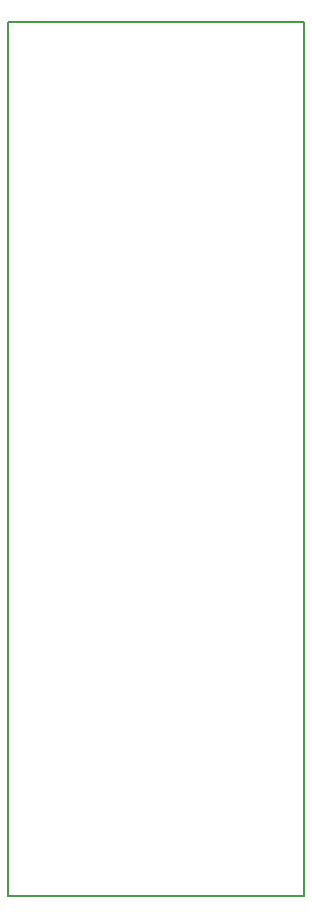
<source format=gbr>
%TF.GenerationSoftware,KiCad,Pcbnew,(5.1.6-0-10_14)*%
%TF.CreationDate,2020-08-23T22:04:21+02:00*%
%TF.ProjectId,cv_expander,63765f65-7870-4616-9e64-65722e6b6963,rev?*%
%TF.SameCoordinates,Original*%
%TF.FileFunction,Profile,NP*%
%FSLAX46Y46*%
G04 Gerber Fmt 4.6, Leading zero omitted, Abs format (unit mm)*
G04 Created by KiCad (PCBNEW (5.1.6-0-10_14)) date 2020-08-23 22:04:21*
%MOMM*%
%LPD*%
G01*
G04 APERTURE LIST*
%TA.AperFunction,Profile*%
%ADD10C,0.150000*%
%TD*%
G04 APERTURE END LIST*
D10*
X132000000Y-153000000D02*
X157000000Y-153000000D01*
X132000000Y-79000000D02*
X132000000Y-153000000D01*
X157000000Y-79000000D02*
X132000000Y-79000000D01*
X157000000Y-153000000D02*
X157000000Y-79000000D01*
M02*

</source>
